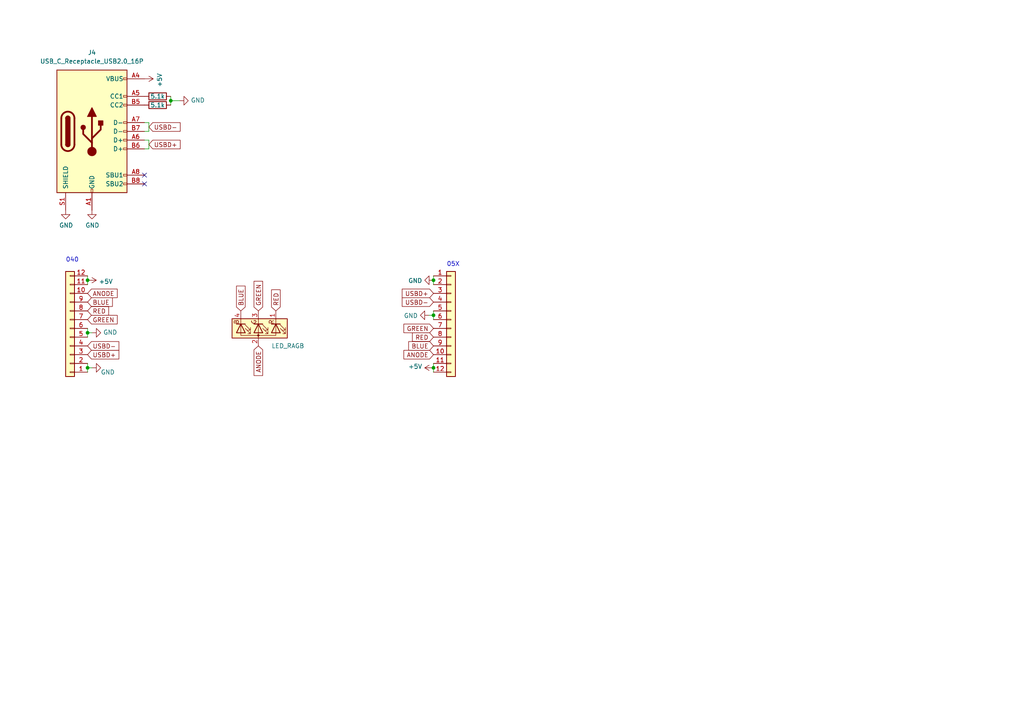
<source format=kicad_sch>
(kicad_sch (version 20231120) (generator "eeschema") (generator_version "8.0")
  (paper "A4")
  (lib_symbols
    (symbol "Connector:USB_C_Receptacle_USB2.0_16P" (pin_names (offset 1.016))
      (property "Reference" "J" (at 0 22.225 0))
      (property "Value" "USB_C_Receptacle_USB2.0_16P" (at 0 19.685 0))
      (symbol "USB_C_Receptacle_USB2.0_16P_0_0"
        (rectangle (start -0.254 -17.78) (end 0.254 -16.764))
        (rectangle (start 10.16 -14.986) (end 9.144 -15.494))
        (rectangle (start 10.16 -12.446) (end 9.144 -12.954))
        (rectangle (start 10.16 -4.826) (end 9.144 -5.334))
        (rectangle (start 10.16 -2.286) (end 9.144 -2.794))
        (rectangle (start 10.16 0.254) (end 9.144 -0.254))
        (rectangle (start 10.16 2.794) (end 9.144 2.286))
        (rectangle (start 10.16 7.874) (end 9.144 7.366))
        (rectangle (start 10.16 10.414) (end 9.144 9.906))
        (rectangle (start 10.16 15.494) (end 9.144 14.986))
      )
      (symbol "USB_C_Receptacle_USB2.0_16P_0_1"
        (rectangle (start -10.16 17.78) (end 10.16 -17.78) (stroke (width 0.254)) (fill (type background)))
        (arc (start -8.89 -3.81) (mid -6.985 -5.7067) (end -5.08 -3.81) (stroke (width 0.508)))
        (arc (start -7.62 -3.81) (mid -6.985 -4.4423) (end -6.35 -3.81) (stroke (width 0.254)))
        (arc (start -7.62 -3.81) (mid -6.985 -4.4423) (end -6.35 -3.81) (stroke (width 0.254)) (fill (type outline)))
        (rectangle (start -7.62 -3.81) (end -6.35 3.81) (stroke (width 0.254)) (fill (type outline)))
        (arc (start -6.35 3.81) (mid -6.985 4.4423) (end -7.62 3.81) (stroke (width 0.254)))
        (arc (start -6.35 3.81) (mid -6.985 4.4423) (end -7.62 3.81) (stroke (width 0.254)) (fill (type outline)))
        (arc (start -5.08 3.81) (mid -6.985 5.7067) (end -8.89 3.81) (stroke (width 0.508)))
        (circle (center -2.54 1.143) (radius 0.635) (stroke (width 0.254)) (fill (type outline)))
        (circle (center 0 -5.842) (radius 1.27) (fill (type outline)))
        (polyline (pts (xy -8.89 -3.81) (xy -8.89 3.81)) (stroke (width 0.508)))
        (polyline (pts (xy -5.08 3.81) (xy -5.08 -3.81)) (stroke (width 0.508)))
        (polyline (pts (xy 0 -5.842) (xy 0 4.318)) (stroke (width 0.508)))
        (polyline (pts (xy 0 -3.302) (xy -2.54 -0.762) (xy -2.54 0.508)) (stroke (width 0.508)))
        (polyline (pts (xy 0 -2.032) (xy 2.54 0.508) (xy 2.54 1.778)) (stroke (width 0.508)))
        (polyline (pts (xy -1.27 4.318) (xy 0 6.858) (xy 1.27 4.318) (xy -1.27 4.318)) (stroke (width 0.254)) (fill (type outline)))
        (rectangle (start 1.905 1.778) (end 3.175 3.048) (stroke (width 0.254)) (fill (type outline)))
      )
      (symbol "USB_C_Receptacle_USB2.0_16P_1_1"
        (pin passive line (at 0 -22.86 90) (length 5.08) (name "GND") (number "A1"))
        (pin passive line (at 0 -22.86 90) (length 5.08) hide (name "GND") (number "A12"))
        (pin passive line (at 15.24 15.24 180) (length 5.08) (name "VBUS") (number "A4"))
        (pin bidirectional line (at 15.24 10.16 180) (length 5.08) (name "CC1") (number "A5"))
        (pin bidirectional line (at 15.24 -2.54 180) (length 5.08) (name "D+") (number "A6"))
        (pin bidirectional line (at 15.24 2.54 180) (length 5.08) (name "D-") (number "A7"))
        (pin bidirectional line (at 15.24 -12.7 180) (length 5.08) (name "SBU1") (number "A8"))
        (pin passive line (at 15.24 15.24 180) (length 5.08) hide (name "VBUS") (number "A9"))
        (pin passive line (at 0 -22.86 90) (length 5.08) hide (name "GND") (number "B1"))
        (pin passive line (at 0 -22.86 90) (length 5.08) hide (name "GND") (number "B12"))
        (pin passive line (at 15.24 15.24 180) (length 5.08) hide (name "VBUS") (number "B4"))
        (pin bidirectional line (at 15.24 7.62 180) (length 5.08) (name "CC2") (number "B5"))
        (pin bidirectional line (at 15.24 -5.08 180) (length 5.08) (name "D+") (number "B6"))
        (pin bidirectional line (at 15.24 0 180) (length 5.08) (name "D-") (number "B7"))
        (pin bidirectional line (at 15.24 -15.24 180) (length 5.08) (name "SBU2") (number "B8"))
        (pin passive line (at 15.24 15.24 180) (length 5.08) hide (name "VBUS") (number "B9"))
        (pin passive line (at -7.62 -22.86 90) (length 5.08) (name "SHIELD") (number "S1"))
      )
    )
    (symbol "Connector_Generic:Conn_01x12" (pin_names (offset 1.016) hide)
      (property "Reference" "J" (at 0 15.24 0))
      (property "Value" "Conn_01x12" (at 0 -17.78 0))
      (symbol "Conn_01x12_1_1"
        (rectangle (start -1.27 -15.113) (end 0 -15.367) (stroke (width 0.1524)))
        (rectangle (start -1.27 -12.573) (end 0 -12.827) (stroke (width 0.1524)))
        (rectangle (start -1.27 -10.033) (end 0 -10.287) (stroke (width 0.1524)))
        (rectangle (start -1.27 -7.493) (end 0 -7.747) (stroke (width 0.1524)))
        (rectangle (start -1.27 -4.953) (end 0 -5.207) (stroke (width 0.1524)))
        (rectangle (start -1.27 -2.413) (end 0 -2.667) (stroke (width 0.1524)))
        (rectangle (start -1.27 0.127) (end 0 -0.127) (stroke (width 0.1524)))
        (rectangle (start -1.27 2.667) (end 0 2.413) (stroke (width 0.1524)))
        (rectangle (start -1.27 5.207) (end 0 4.953) (stroke (width 0.1524)))
        (rectangle (start -1.27 7.747) (end 0 7.493) (stroke (width 0.1524)))
        (rectangle (start -1.27 10.287) (end 0 10.033) (stroke (width 0.1524)))
        (rectangle (start -1.27 12.827) (end 0 12.573) (stroke (width 0.1524)))
        (rectangle (start -1.27 13.97) (end 1.27 -16.51) (stroke (width 0.254)) (fill (type background)))
        (pin passive line (at -5.08 12.7 0) (length 3.81) (name "Pin_1") (number "1"))
        (pin passive line (at -5.08 -10.16 0) (length 3.81) (name "Pin_10") (number "10"))
        (pin passive line (at -5.08 -12.7 0) (length 3.81) (name "Pin_11") (number "11"))
        (pin passive line (at -5.08 -15.24 0) (length 3.81) (name "Pin_12") (number "12"))
        (pin passive line (at -5.08 10.16 0) (length 3.81) (name "Pin_2") (number "2"))
        (pin passive line (at -5.08 7.62 0) (length 3.81) (name "Pin_3") (number "3"))
        (pin passive line (at -5.08 5.08 0) (length 3.81) (name "Pin_4") (number "4"))
        (pin passive line (at -5.08 2.54 0) (length 3.81) (name "Pin_5") (number "5"))
        (pin passive line (at -5.08 0 0) (length 3.81) (name "Pin_6") (number "6"))
        (pin passive line (at -5.08 -2.54 0) (length 3.81) (name "Pin_7") (number "7"))
        (pin passive line (at -5.08 -5.08 0) (length 3.81) (name "Pin_8") (number "8"))
        (pin passive line (at -5.08 -7.62 0) (length 3.81) (name "Pin_9") (number "9"))
      )
    )
    (symbol "Device:LED_RAGB" (pin_names (offset 0) hide)
      (property "Reference" "D" (at 0 9.398 0))
      (property "Value" "LED_RAGB" (at 0 -8.89 0))
      (symbol "LED_RAGB_0_0"
        (text "B" (at -1.905 -6.35 0) (effects (font (size 1.27 1.27))))
        (text "G" (at -1.905 -1.27 0) (effects (font (size 1.27 1.27))))
        (text "R" (at -1.905 3.81 0) (effects (font (size 1.27 1.27))))
      )
      (symbol "LED_RAGB_0_1"
        (polyline (pts (xy -1.27 -5.08) (xy -2.54 -5.08)))
        (polyline (pts (xy -1.27 -5.08) (xy 1.27 -5.08)))
        (polyline (pts (xy -1.27 -3.81) (xy -1.27 -6.35)) (stroke (width 0.254)))
        (polyline (pts (xy -1.27 0) (xy -2.54 0)))
        (polyline (pts (xy -1.27 1.27) (xy -1.27 -1.27)) (stroke (width 0.254)))
        (polyline (pts (xy -1.27 5.08) (xy -2.54 5.08)))
        (polyline (pts (xy -1.27 5.08) (xy 1.27 5.08)))
        (polyline (pts (xy -1.27 6.35) (xy -1.27 3.81)) (stroke (width 0.254)))
        (polyline (pts (xy 1.27 0) (xy -1.27 0)))
        (polyline (pts (xy 1.27 0) (xy 2.54 0)))
        (polyline (pts (xy -1.27 1.27) (xy -1.27 -1.27) (xy -1.27 -1.27)))
        (polyline (pts (xy -1.27 6.35) (xy -1.27 3.81) (xy -1.27 3.81)))
        (polyline (pts (xy 1.27 -5.08) (xy 2.032 -5.08) (xy 2.032 5.08) (xy 1.27 5.08)))
        (polyline (pts (xy 1.27 -3.81) (xy 1.27 -6.35) (xy -1.27 -5.08) (xy 1.27 -3.81)) (stroke (width 0.254)))
        (polyline (pts (xy 1.27 1.27) (xy 1.27 -1.27) (xy -1.27 0) (xy 1.27 1.27)) (stroke (width 0.254)))
        (polyline (pts (xy 1.27 6.35) (xy 1.27 3.81) (xy -1.27 5.08) (xy 1.27 6.35)) (stroke (width 0.254)))
        (polyline (pts (xy -1.016 -3.81) (xy 0.508 -2.286) (xy -0.254 -2.286) (xy 0.508 -2.286) (xy 0.508 -3.048)))
        (polyline (pts (xy -1.016 1.27) (xy 0.508 2.794) (xy -0.254 2.794) (xy 0.508 2.794) (xy 0.508 2.032)))
        (polyline (pts (xy -1.016 6.35) (xy 0.508 7.874) (xy -0.254 7.874) (xy 0.508 7.874) (xy 0.508 7.112)))
        (polyline (pts (xy 0 -3.81) (xy 1.524 -2.286) (xy 0.762 -2.286) (xy 1.524 -2.286) (xy 1.524 -3.048)))
        (polyline (pts (xy 0 1.27) (xy 1.524 2.794) (xy 0.762 2.794) (xy 1.524 2.794) (xy 1.524 2.032)))
        (polyline (pts (xy 0 6.35) (xy 1.524 7.874) (xy 0.762 7.874) (xy 1.524 7.874) (xy 1.524 7.112)))
        (rectangle (start 1.27 -1.27) (end 1.27 1.27))
        (rectangle (start 1.27 1.27) (end 1.27 1.27))
        (rectangle (start 1.27 3.81) (end 1.27 6.35))
        (rectangle (start 1.27 6.35) (end 1.27 6.35))
        (circle (center 2.032 0) (radius 0.254) (fill (type outline)))
        (rectangle (start 2.794 8.382) (end -2.794 -7.62) (stroke (width 0.254)) (fill (type background)))
      )
      (symbol "LED_RAGB_1_1"
        (pin passive line (at -5.08 5.08 0) (length 2.54) (name "RK") (number "1"))
        (pin passive line (at 5.08 0 180) (length 2.54) (name "A") (number "2"))
        (pin passive line (at -5.08 0 0) (length 2.54) (name "GK") (number "3"))
        (pin passive line (at -5.08 -5.08 0) (length 2.54) (name "BK") (number "4"))
      )
    )
    (symbol "Device:R" (pin_numbers hide) (pin_names (offset 0))
      (property "Reference" "R" (at 2.032 0 90))
      (property "Value" "R" (at 0 0 90))
      (symbol "R_0_1"
        (rectangle (start -1.016 -2.54) (end 1.016 2.54) (stroke (width 0.254)))
      )
      (symbol "R_1_1"
        (pin passive line (at 0 3.81 270) (length 1.27) (name "~") (number "1"))
        (pin passive line (at 0 -3.81 90) (length 1.27) (name "~") (number "2"))
      )
    )
    (symbol "power:+5V" (power) (pin_names (offset 0))
      (property "Value" "+5V" (at 0 3.556 0))
      (symbol "+5V_0_1"
        (polyline (pts (xy -0.762 1.27) (xy 0 2.54)))
        (polyline (pts (xy 0 0) (xy 0 2.54)))
        (polyline (pts (xy 0 2.54) (xy 0.762 1.27)))
      )
      (symbol "+5V_1_1"
        (pin power_in line (at 0 0 90) (length 0) hide (name "+5V") (number "1"))
      )
    )
    (symbol "power:GND" (power) (pin_names (offset 0))
      (property "Value" "GND" (at 0 -3.81 0))
      (symbol "GND_0_1"
        (polyline (pts (xy 0 0) (xy 0 -1.27) (xy 1.27 -1.27) (xy 0 -2.54) (xy -1.27 -1.27) (xy 0 -1.27)))
      )
      (symbol "GND_1_1"
        (pin power_in line (at 0 0 270) (length 0) hide (name "GND") (number "1"))
      )
    )
  )
  (junction (at 25.4 106.68))
  (junction (at 125.73 81.28))
  (junction (at 125.73 106.68))
  (junction (at 49.53 29.21))
  (junction (at 25.4 81.28))
  (junction (at 25.4 96.52))
  (junction (at 125.73 91.44))
  (no_connect (at 41.91 50.8))
  (no_connect (at 41.91 53.34))
  (wire (pts (xy 26.67 96.52) (xy 25.4 96.52)))
  (wire (pts (xy 125.73 107.95) (xy 125.73 106.68)))
  (wire (pts (xy 125.73 106.68) (xy 125.73 105.41)))
  (wire (pts (xy 125.73 91.44) (xy 125.73 90.17)))
  (wire (pts (xy 49.53 30.48) (xy 49.53 29.21)))
  (wire (pts (xy 41.91 40.64) (xy 43.18 40.64)))
  (wire (pts (xy 25.4 107.95) (xy 25.4 106.68)))
  (wire (pts (xy 25.4 96.52) (xy 25.4 95.25)))
  (wire (pts (xy 125.73 92.71) (xy 125.73 91.44)))
  (wire (pts (xy 41.91 43.18) (xy 43.18 43.18)))
  (wire (pts (xy 43.18 35.56) (xy 43.18 38.1)))
  (wire (pts (xy 49.53 27.94) (xy 49.53 29.21)))
  (wire (pts (xy 125.73 82.55) (xy 125.73 81.28)))
  (wire (pts (xy 41.91 35.56) (xy 43.18 35.56)))
  (wire (pts (xy 43.18 38.1) (xy 41.91 38.1)))
  (wire (pts (xy 125.73 81.28) (xy 125.73 80.01)))
  (wire (pts (xy 124.46 91.44) (xy 125.73 91.44)))
  (wire (pts (xy 25.4 81.28) (xy 25.4 80.01)))
  (wire (pts (xy 25.4 97.79) (xy 25.4 96.52)))
  (wire (pts (xy 43.18 40.64) (xy 43.18 43.18)))
  (wire (pts (xy 26.67 106.68) (xy 25.4 106.68)))
  (wire (pts (xy 25.4 106.68) (xy 25.4 105.41)))
  (wire (pts (xy 25.4 82.55) (xy 25.4 81.28)))
  (wire (pts (xy 49.53 29.21) (xy 52.07 29.21)))
  (text "05X" (at 129.54 77.47 0) (effects (font (size 1.27 1.27)) (justify left bottom)))
  (text "040" (at 19.05 76.2 0) (effects (font (size 1.27 1.27)) (justify left bottom)))
  (global_label "BLUE" (shape input) (at 69.85 90.17 90) (property "Intersheetrefs" "${INTERSHEET_REFS}" (effects (hide yes))))
  (global_label "GREEN" (shape input) (at 74.93 90.17 90) (property "Intersheetrefs" "${INTERSHEET_REFS}" (effects (hide yes))))
  (global_label "BLUE" (shape input) (at 25.4 87.63 0) (property "Intersheetrefs" "${INTERSHEET_REFS}" (effects (hide yes))))
  (global_label "USBD+" (shape input) (at 25.4 102.87 0) (property "Intersheetrefs" "${INTERSHEET_REFS}" (effects (hide yes))))
  (global_label "USBD+" (shape input) (at 125.73 85.09 180) (property "Intersheetrefs" "${INTERSHEET_REFS}" (effects (hide yes))))
  (global_label "USBD-" (shape input) (at 43.18 36.83 0) (property "Intersheetrefs" "${INTERSHEET_REFS}" (effects (hide yes))))
  (global_label "BLUE" (shape input) (at 125.73 100.33 180) (property "Intersheetrefs" "${INTERSHEET_REFS}" (effects (hide yes))))
  (global_label "RED" (shape input) (at 25.4 90.17 0) (property "Intersheetrefs" "${INTERSHEET_REFS}" (effects (hide yes))))
  (global_label "USBD+" (shape input) (at 43.18 41.91 0) (property "Intersheetrefs" "${INTERSHEET_REFS}" (effects (hide yes))))
  (global_label "GREEN" (shape input) (at 125.73 95.25 180) (property "Intersheetrefs" "${INTERSHEET_REFS}" (effects (hide yes))))
  (global_label "ANODE" (shape input) (at 25.4 85.09 0) (property "Intersheetrefs" "${INTERSHEET_REFS}" (effects (hide yes))))
  (global_label "ANODE" (shape input) (at 74.93 100.33 270) (property "Intersheetrefs" "${INTERSHEET_REFS}" (effects (hide yes))))
  (global_label "RED" (shape input) (at 80.01 90.17 90) (property "Intersheetrefs" "${INTERSHEET_REFS}" (effects (hide yes))))
  (global_label "USBD-" (shape input) (at 125.73 87.63 180) (property "Intersheetrefs" "${INTERSHEET_REFS}" (effects (hide yes))))
  (global_label "RED" (shape input) (at 125.73 97.79 180) (property "Intersheetrefs" "${INTERSHEET_REFS}" (effects (hide yes))))
  (global_label "GREEN" (shape input) (at 25.4 92.71 0) (property "Intersheetrefs" "${INTERSHEET_REFS}" (effects (hide yes))))
  (global_label "ANODE" (shape input) (at 125.73 102.87 180) (property "Intersheetrefs" "${INTERSHEET_REFS}" (effects (hide yes))))
  (global_label "USBD-" (shape input) (at 25.4 100.33 0) (property "Intersheetrefs" "${INTERSHEET_REFS}" (effects (hide yes))))
  (symbol (lib_id "Device:R") (at 45.72 27.94 90) (unit 1)
    (property "Reference" "R4" (effects (hide yes)))
    (property "Value" "5.1k" (at 45.72 27.94 90))
    (property "Footprint" "Resistor_SMD:R_0603_1608Metric_Pad0.98x0.95mm_HandSolder" (effects (hide yes)))
  )
  (symbol (lib_id "Connector_Generic:Conn_01x12") (at 130.81 92.71 0) (unit 1)
    (property "Reference" "J2" (effects (hide yes)))
    (property "Value" "Conn_01x12" (effects (hide yes)))
    (property "Footprint" "Connector_Custom:FPC_Connector" (effects (hide yes)))
  )
  (symbol (lib_id "power:+5V") (at 41.91 22.86 270) (unit 1)
    (property "Reference" "#PWR011" (effects (hide yes)))
    (property "Value" "+5V" (at 46.3042 23.241 0))
  )
  (symbol (lib_id "power:GND") (at 26.67 106.68 90) (unit 1)
    (property "Reference" "#PWR08" (effects (hide yes)))
    (property "Value" "GND" (at 29.21 107.95 90) (effects (justify right)))
  )
  (symbol (lib_id "Connector:USB_C_Receptacle_USB2.0_16P") (at 26.67 38.1 0) (unit 1)
    (property "Reference" "J4" (at 26.67 15.24 0))
    (property "Value" "USB_C_Receptacle_USB2.0_16P" (at 26.67 17.78 0))
    (property "Footprint" "Connector_Custom:USB_C" (effects (hide yes)))
    (property "Datasheet" "https://www.usb.org/sites/default/files/documents/usb_type-c.zip" (effects (hide yes)))
  )
  (symbol (lib_id "power:GND") (at 124.46 91.44 270) (unit 1)
    (property "Reference" "#PWR06" (effects (hide yes)))
    (property "Value" "GND" (at 121.2088 91.567 90) (effects (justify right)))
  )
  (symbol (lib_id "Device:LED_RAGB") (at 74.93 95.25 270) (unit 1)
    (property "Reference" "D1" (effects (hide yes)))
    (property "Value" "LED_RAGB" (at 78.74 100.33 90) (effects (justify left)))
    (property "Footprint" "LED_Custom:FM-3510RGBA-SG" (effects (hide yes)))
  )
  (symbol (lib_id "power:GND") (at 125.73 81.28 270) (unit 1)
    (property "Reference" "#PWR04" (effects (hide yes)))
    (property "Value" "GND" (at 122.4788 81.407 90) (effects (justify right)))
  )
  (symbol (lib_id "power:+5V") (at 125.73 106.68 90) (unit 1)
    (property "Reference" "#PWR09" (effects (hide yes)))
    (property "Value" "+5V" (at 122.4788 106.299 90) (effects (justify left)))
  )
  (symbol (lib_id "power:+5V") (at 25.4 81.28 270) (unit 1)
    (property "Reference" "#PWR03" (effects (hide yes)))
    (property "Value" "+5V" (at 28.6512 81.661 90) (effects (justify left)))
  )
  (symbol (lib_id "Device:R") (at 45.72 30.48 270) (unit 1)
    (property "Reference" "R3" (effects (hide yes)))
    (property "Value" "5.1k" (at 45.72 30.48 90))
    (property "Footprint" "Resistor_SMD:R_0603_1608Metric_Pad0.98x0.95mm_HandSolder" (effects (hide yes)))
  )
  (symbol (lib_id "power:GND") (at 52.07 29.21 90) (unit 1)
    (property "Reference" "#PWR010" (effects (hide yes)))
    (property "Value" "GND" (at 55.3212 29.083 90) (effects (justify right)))
  )
  (symbol (lib_id "power:GND") (at 19.05 60.96 0) (unit 1)
    (property "Reference" "#PWR013" (effects (hide yes)))
    (property "Value" "GND" (at 19.177 65.3542 0))
  )
  (symbol (lib_id "power:GND") (at 26.67 60.96 0) (unit 1)
    (property "Reference" "#PWR012" (effects (hide yes)))
    (property "Value" "GND" (at 26.797 65.3542 0))
  )
  (symbol (lib_id "Connector_Generic:Conn_01x12") (at 20.32 95.25 180) (unit 1)
    (property "Reference" "J3" (effects (hide yes)))
    (property "Value" "Conn_01x12" (effects (hide yes)))
    (property "Footprint" "Connector_Custom:FPC_Connector" (effects (hide yes)))
  )
  (symbol (lib_id "power:GND") (at 26.67 96.52 90) (unit 1)
    (property "Reference" "#PWR07" (effects (hide yes)))
    (property "Value" "GND" (at 29.9212 96.393 90) (effects (justify right)))
  )
)
</source>
